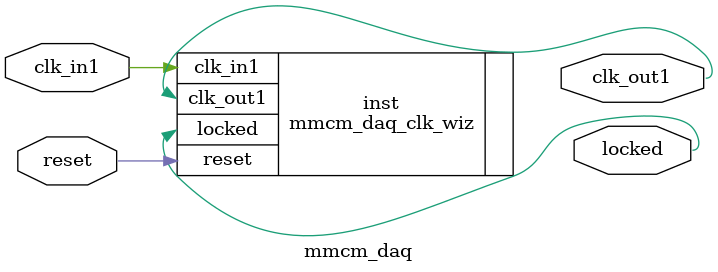
<source format=v>


`timescale 1ps/1ps

(* CORE_GENERATION_INFO = "mmcm_daq,clk_wiz_v6_0_5_0_0,{component_name=mmcm_daq,use_phase_alignment=true,use_min_o_jitter=false,use_max_i_jitter=false,use_dyn_phase_shift=false,use_inclk_switchover=false,use_dyn_reconfig=false,enable_axi=0,feedback_source=FDBK_AUTO,PRIMITIVE=MMCM,num_out_clk=1,clkin1_period=25.000,clkin2_period=10.0,use_power_down=false,use_reset=true,use_locked=true,use_inclk_stopped=false,feedback_type=SINGLE,CLOCK_MGR_TYPE=NA,manual_override=false}" *)

module mmcm_daq 
 (
  // Clock out ports
  output        clk_out1,
  // Status and control signals
  input         reset,
  output        locked,
 // Clock in ports
  input         clk_in1
 );

  mmcm_daq_clk_wiz inst
  (
  // Clock out ports  
  .clk_out1(clk_out1),
  // Status and control signals               
  .reset(reset), 
  .locked(locked),
 // Clock in ports
  .clk_in1(clk_in1)
  );

endmodule

</source>
